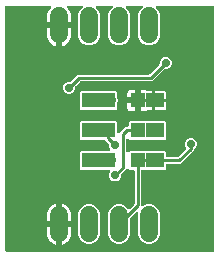
<source format=gbr>
G04 EAGLE Gerber RS-274X export*
G75*
%MOMM*%
%FSLAX34Y34*%
%LPD*%
%INBottom Copper*%
%IPPOS*%
%AMOC8*
5,1,8,0,0,1.08239X$1,22.5*%
G01*
%ADD10R,1.587500X1.270000*%
%ADD11R,1.905000X1.270000*%
%ADD12C,1.524000*%
%ADD13R,1.270000X1.270000*%
%ADD14C,0.705600*%
%ADD15C,0.254000*%

G36*
X177791Y2048D02*
X177791Y2048D01*
X177910Y2055D01*
X177948Y2068D01*
X177989Y2073D01*
X178099Y2116D01*
X178212Y2153D01*
X178247Y2175D01*
X178284Y2190D01*
X178380Y2259D01*
X178481Y2323D01*
X178509Y2353D01*
X178542Y2376D01*
X178618Y2468D01*
X178699Y2555D01*
X178719Y2590D01*
X178744Y2621D01*
X178795Y2729D01*
X178853Y2833D01*
X178863Y2873D01*
X178880Y2909D01*
X178902Y3026D01*
X178932Y3141D01*
X178936Y3201D01*
X178940Y3221D01*
X178938Y3242D01*
X178942Y3302D01*
X178942Y209323D01*
X178927Y209441D01*
X178920Y209560D01*
X178907Y209598D01*
X178902Y209639D01*
X178859Y209749D01*
X178822Y209862D01*
X178800Y209897D01*
X178785Y209934D01*
X178716Y210030D01*
X178652Y210131D01*
X178622Y210159D01*
X178599Y210192D01*
X178507Y210268D01*
X178420Y210349D01*
X178385Y210369D01*
X178354Y210394D01*
X178246Y210445D01*
X178142Y210503D01*
X178102Y210513D01*
X178066Y210530D01*
X177949Y210552D01*
X177834Y210582D01*
X177774Y210586D01*
X177754Y210590D01*
X177733Y210588D01*
X177673Y210592D01*
X130525Y210592D01*
X130387Y210575D01*
X130248Y210562D01*
X130229Y210555D01*
X130209Y210552D01*
X130080Y210501D01*
X129949Y210454D01*
X129932Y210443D01*
X129913Y210435D01*
X129801Y210354D01*
X129686Y210276D01*
X129672Y210260D01*
X129656Y210249D01*
X129567Y210141D01*
X129475Y210037D01*
X129466Y210019D01*
X129453Y210004D01*
X129394Y209878D01*
X129331Y209754D01*
X129326Y209734D01*
X129318Y209716D01*
X129292Y209580D01*
X129261Y209444D01*
X129262Y209423D01*
X129258Y209404D01*
X129266Y209265D01*
X129271Y209126D01*
X129276Y209106D01*
X129278Y209086D01*
X129320Y208954D01*
X129359Y208820D01*
X129369Y208803D01*
X129376Y208784D01*
X129450Y208666D01*
X129521Y208546D01*
X129539Y208525D01*
X129546Y208515D01*
X129561Y208501D01*
X129627Y208426D01*
X131578Y206475D01*
X132970Y203114D01*
X132970Y184236D01*
X131578Y180875D01*
X129005Y178302D01*
X125644Y176910D01*
X122006Y176910D01*
X118645Y178302D01*
X116072Y180875D01*
X114680Y184236D01*
X114680Y203114D01*
X116072Y206475D01*
X118023Y208426D01*
X118108Y208535D01*
X118197Y208642D01*
X118205Y208661D01*
X118218Y208677D01*
X118273Y208805D01*
X118332Y208930D01*
X118336Y208950D01*
X118344Y208969D01*
X118366Y209107D01*
X118392Y209243D01*
X118391Y209263D01*
X118394Y209283D01*
X118381Y209422D01*
X118372Y209560D01*
X118366Y209579D01*
X118364Y209599D01*
X118317Y209731D01*
X118274Y209862D01*
X118264Y209880D01*
X118257Y209899D01*
X118179Y210014D01*
X118104Y210131D01*
X118089Y210145D01*
X118078Y210162D01*
X117974Y210254D01*
X117873Y210349D01*
X117855Y210359D01*
X117840Y210372D01*
X117716Y210436D01*
X117594Y210503D01*
X117575Y210508D01*
X117556Y210517D01*
X117421Y210547D01*
X117286Y210582D01*
X117258Y210584D01*
X117246Y210587D01*
X117226Y210586D01*
X117125Y210592D01*
X105125Y210592D01*
X104987Y210575D01*
X104848Y210562D01*
X104829Y210555D01*
X104809Y210552D01*
X104680Y210501D01*
X104549Y210454D01*
X104532Y210443D01*
X104513Y210435D01*
X104401Y210354D01*
X104286Y210276D01*
X104272Y210260D01*
X104256Y210249D01*
X104167Y210141D01*
X104075Y210037D01*
X104066Y210019D01*
X104053Y210004D01*
X103994Y209878D01*
X103931Y209754D01*
X103926Y209734D01*
X103918Y209716D01*
X103892Y209580D01*
X103861Y209444D01*
X103862Y209423D01*
X103858Y209404D01*
X103866Y209265D01*
X103871Y209126D01*
X103876Y209106D01*
X103878Y209086D01*
X103920Y208954D01*
X103959Y208820D01*
X103969Y208803D01*
X103976Y208784D01*
X104050Y208666D01*
X104121Y208546D01*
X104139Y208525D01*
X104146Y208515D01*
X104161Y208501D01*
X104227Y208426D01*
X106178Y206475D01*
X107570Y203114D01*
X107570Y184236D01*
X106178Y180875D01*
X103605Y178302D01*
X100244Y176910D01*
X96606Y176910D01*
X93245Y178302D01*
X90672Y180875D01*
X89280Y184236D01*
X89280Y203114D01*
X90672Y206475D01*
X92623Y208426D01*
X92708Y208535D01*
X92797Y208642D01*
X92805Y208661D01*
X92818Y208677D01*
X92873Y208805D01*
X92932Y208930D01*
X92936Y208950D01*
X92944Y208969D01*
X92966Y209107D01*
X92992Y209243D01*
X92991Y209263D01*
X92994Y209283D01*
X92981Y209422D01*
X92972Y209560D01*
X92966Y209579D01*
X92964Y209599D01*
X92917Y209731D01*
X92874Y209862D01*
X92864Y209880D01*
X92857Y209899D01*
X92779Y210014D01*
X92704Y210131D01*
X92689Y210145D01*
X92678Y210162D01*
X92574Y210254D01*
X92473Y210349D01*
X92455Y210359D01*
X92440Y210372D01*
X92316Y210436D01*
X92194Y210503D01*
X92175Y210508D01*
X92156Y210517D01*
X92021Y210547D01*
X91886Y210582D01*
X91858Y210584D01*
X91846Y210587D01*
X91826Y210586D01*
X91725Y210592D01*
X79725Y210592D01*
X79587Y210575D01*
X79448Y210562D01*
X79429Y210555D01*
X79409Y210552D01*
X79280Y210501D01*
X79149Y210454D01*
X79132Y210443D01*
X79113Y210435D01*
X79001Y210354D01*
X78886Y210276D01*
X78872Y210260D01*
X78856Y210249D01*
X78767Y210141D01*
X78675Y210037D01*
X78666Y210019D01*
X78653Y210004D01*
X78594Y209878D01*
X78531Y209754D01*
X78526Y209734D01*
X78518Y209716D01*
X78492Y209580D01*
X78461Y209444D01*
X78462Y209423D01*
X78458Y209404D01*
X78466Y209265D01*
X78471Y209126D01*
X78476Y209106D01*
X78478Y209086D01*
X78520Y208954D01*
X78559Y208820D01*
X78569Y208803D01*
X78576Y208784D01*
X78650Y208666D01*
X78721Y208546D01*
X78739Y208525D01*
X78746Y208515D01*
X78761Y208501D01*
X78827Y208426D01*
X80778Y206475D01*
X82170Y203114D01*
X82170Y184236D01*
X80778Y180875D01*
X78205Y178302D01*
X74844Y176910D01*
X71206Y176910D01*
X67845Y178302D01*
X65272Y180875D01*
X63880Y184236D01*
X63880Y203114D01*
X65272Y206475D01*
X67223Y208426D01*
X67308Y208535D01*
X67397Y208642D01*
X67405Y208661D01*
X67418Y208677D01*
X67473Y208805D01*
X67532Y208930D01*
X67536Y208950D01*
X67544Y208969D01*
X67566Y209107D01*
X67592Y209243D01*
X67591Y209263D01*
X67594Y209283D01*
X67581Y209422D01*
X67572Y209560D01*
X67566Y209579D01*
X67564Y209599D01*
X67517Y209731D01*
X67474Y209862D01*
X67464Y209880D01*
X67457Y209899D01*
X67379Y210014D01*
X67304Y210131D01*
X67289Y210145D01*
X67278Y210162D01*
X67174Y210254D01*
X67073Y210349D01*
X67055Y210359D01*
X67040Y210372D01*
X66916Y210436D01*
X66794Y210503D01*
X66775Y210508D01*
X66756Y210517D01*
X66621Y210547D01*
X66486Y210582D01*
X66458Y210584D01*
X66446Y210587D01*
X66426Y210586D01*
X66325Y210592D01*
X55761Y210592D01*
X55623Y210575D01*
X55485Y210562D01*
X55466Y210555D01*
X55446Y210552D01*
X55316Y210501D01*
X55186Y210454D01*
X55169Y210443D01*
X55150Y210435D01*
X55038Y210354D01*
X54923Y210276D01*
X54909Y210260D01*
X54893Y210249D01*
X54804Y210141D01*
X54712Y210037D01*
X54703Y210019D01*
X54690Y210004D01*
X54631Y209878D01*
X54568Y209754D01*
X54563Y209734D01*
X54554Y209716D01*
X54528Y209580D01*
X54498Y209444D01*
X54499Y209423D01*
X54495Y209404D01*
X54503Y209265D01*
X54508Y209126D01*
X54513Y209106D01*
X54514Y209086D01*
X54557Y208954D01*
X54596Y208820D01*
X54606Y208803D01*
X54612Y208784D01*
X54687Y208666D01*
X54758Y208546D01*
X54776Y208525D01*
X54783Y208515D01*
X54798Y208501D01*
X54864Y208425D01*
X55375Y207914D01*
X56315Y206620D01*
X57041Y205195D01*
X57536Y203674D01*
X57786Y202095D01*
X57786Y196214D01*
X48895Y196214D01*
X48777Y196199D01*
X48658Y196192D01*
X48620Y196179D01*
X48580Y196174D01*
X48469Y196131D01*
X48356Y196094D01*
X48322Y196072D01*
X48284Y196057D01*
X48188Y195987D01*
X48087Y195924D01*
X48059Y195894D01*
X48027Y195870D01*
X47951Y195779D01*
X47869Y195692D01*
X47850Y195657D01*
X47824Y195626D01*
X47773Y195518D01*
X47716Y195414D01*
X47705Y195374D01*
X47688Y195338D01*
X47666Y195221D01*
X47636Y195106D01*
X47632Y195045D01*
X47628Y195025D01*
X47630Y195005D01*
X47626Y194945D01*
X47626Y193674D01*
X47624Y193674D01*
X47624Y194945D01*
X47609Y195063D01*
X47602Y195182D01*
X47589Y195220D01*
X47584Y195260D01*
X47540Y195371D01*
X47504Y195484D01*
X47482Y195519D01*
X47467Y195556D01*
X47397Y195652D01*
X47334Y195753D01*
X47304Y195781D01*
X47280Y195814D01*
X47189Y195889D01*
X47102Y195971D01*
X47067Y195991D01*
X47035Y196016D01*
X46928Y196067D01*
X46823Y196125D01*
X46784Y196135D01*
X46748Y196152D01*
X46631Y196174D01*
X46516Y196204D01*
X46455Y196208D01*
X46435Y196212D01*
X46415Y196210D01*
X46355Y196214D01*
X37464Y196214D01*
X37464Y202095D01*
X37714Y203674D01*
X38209Y205195D01*
X38935Y206620D01*
X39875Y207914D01*
X40386Y208425D01*
X40471Y208535D01*
X40560Y208642D01*
X40569Y208661D01*
X40581Y208677D01*
X40636Y208805D01*
X40696Y208930D01*
X40699Y208950D01*
X40707Y208969D01*
X40729Y209107D01*
X40755Y209243D01*
X40754Y209263D01*
X40757Y209283D01*
X40744Y209422D01*
X40736Y209560D01*
X40729Y209579D01*
X40727Y209599D01*
X40680Y209730D01*
X40638Y209862D01*
X40627Y209880D01*
X40620Y209899D01*
X40542Y210013D01*
X40467Y210131D01*
X40453Y210145D01*
X40441Y210162D01*
X40337Y210254D01*
X40236Y210349D01*
X40218Y210359D01*
X40203Y210372D01*
X40079Y210435D01*
X39957Y210503D01*
X39938Y210508D01*
X39920Y210517D01*
X39784Y210547D01*
X39649Y210582D01*
X39621Y210584D01*
X39609Y210587D01*
X39589Y210586D01*
X39489Y210592D01*
X3302Y210592D01*
X3184Y210577D01*
X3065Y210570D01*
X3027Y210557D01*
X2986Y210552D01*
X2876Y210509D01*
X2763Y210472D01*
X2728Y210450D01*
X2691Y210435D01*
X2595Y210366D01*
X2494Y210302D01*
X2466Y210272D01*
X2433Y210249D01*
X2357Y210157D01*
X2276Y210070D01*
X2256Y210035D01*
X2231Y210004D01*
X2180Y209896D01*
X2122Y209792D01*
X2112Y209752D01*
X2095Y209716D01*
X2073Y209599D01*
X2043Y209484D01*
X2039Y209424D01*
X2035Y209404D01*
X2037Y209383D01*
X2033Y209323D01*
X2033Y3302D01*
X2048Y3184D01*
X2055Y3065D01*
X2068Y3027D01*
X2073Y2986D01*
X2116Y2876D01*
X2153Y2763D01*
X2175Y2728D01*
X2190Y2691D01*
X2259Y2595D01*
X2323Y2494D01*
X2353Y2466D01*
X2376Y2433D01*
X2468Y2357D01*
X2555Y2276D01*
X2590Y2256D01*
X2621Y2231D01*
X2729Y2180D01*
X2833Y2122D01*
X2873Y2112D01*
X2909Y2095D01*
X3026Y2073D01*
X3141Y2043D01*
X3201Y2039D01*
X3221Y2035D01*
X3242Y2037D01*
X3302Y2033D01*
X177673Y2033D01*
X177791Y2048D01*
G37*
%LPC*%
G36*
X96606Y8635D02*
X96606Y8635D01*
X93245Y10027D01*
X90672Y12600D01*
X89280Y15961D01*
X89280Y34839D01*
X90672Y38200D01*
X93245Y40773D01*
X96606Y42165D01*
X100244Y42165D01*
X103605Y40773D01*
X105828Y38550D01*
X105922Y38477D01*
X106011Y38398D01*
X106047Y38380D01*
X106079Y38355D01*
X106188Y38308D01*
X106294Y38254D01*
X106334Y38245D01*
X106371Y38229D01*
X106489Y38210D01*
X106604Y38184D01*
X106645Y38185D01*
X106685Y38179D01*
X106803Y38190D01*
X106922Y38194D01*
X106961Y38205D01*
X107001Y38209D01*
X107114Y38249D01*
X107228Y38282D01*
X107263Y38303D01*
X107301Y38316D01*
X107399Y38383D01*
X107502Y38444D01*
X107547Y38483D01*
X107564Y38495D01*
X107577Y38510D01*
X107623Y38550D01*
X111134Y42061D01*
X111194Y42139D01*
X111262Y42211D01*
X111291Y42264D01*
X111328Y42312D01*
X111368Y42403D01*
X111416Y42490D01*
X111431Y42548D01*
X111455Y42604D01*
X111470Y42702D01*
X111495Y42798D01*
X111501Y42898D01*
X111505Y42918D01*
X111503Y42930D01*
X111505Y42958D01*
X111505Y70231D01*
X111490Y70349D01*
X111483Y70468D01*
X111470Y70506D01*
X111465Y70547D01*
X111422Y70657D01*
X111385Y70770D01*
X111363Y70805D01*
X111348Y70842D01*
X111279Y70938D01*
X111215Y71039D01*
X111185Y71067D01*
X111162Y71100D01*
X111070Y71176D01*
X110983Y71257D01*
X110948Y71277D01*
X110917Y71302D01*
X110809Y71353D01*
X110705Y71411D01*
X110665Y71421D01*
X110629Y71438D01*
X110512Y71460D01*
X110397Y71490D01*
X110337Y71494D01*
X110317Y71498D01*
X110296Y71496D01*
X110236Y71500D01*
X107318Y71500D01*
X106561Y72257D01*
X106452Y72342D01*
X106345Y72431D01*
X106326Y72440D01*
X106310Y72452D01*
X106183Y72507D01*
X106057Y72567D01*
X106037Y72570D01*
X106018Y72579D01*
X105880Y72600D01*
X105744Y72626D01*
X105724Y72625D01*
X105704Y72628D01*
X105565Y72615D01*
X105427Y72607D01*
X105408Y72600D01*
X105388Y72599D01*
X105256Y72551D01*
X105125Y72509D01*
X105107Y72498D01*
X105088Y72491D01*
X104973Y72413D01*
X104856Y72338D01*
X104842Y72324D01*
X104825Y72312D01*
X104733Y72208D01*
X104697Y72170D01*
X100674Y68147D01*
X100614Y68069D01*
X100546Y67997D01*
X100517Y67944D01*
X100480Y67896D01*
X100440Y67805D01*
X100392Y67718D01*
X100377Y67660D01*
X100353Y67604D01*
X100338Y67506D01*
X100313Y67410D01*
X100307Y67310D01*
X100303Y67290D01*
X100305Y67278D01*
X100303Y67250D01*
X100303Y65670D01*
X99534Y63813D01*
X98112Y62391D01*
X96255Y61622D01*
X94245Y61622D01*
X92388Y62391D01*
X90966Y63813D01*
X90197Y65670D01*
X90197Y67680D01*
X91053Y69745D01*
X91066Y69793D01*
X91087Y69838D01*
X91108Y69946D01*
X91137Y70052D01*
X91137Y70102D01*
X91147Y70151D01*
X91140Y70260D01*
X91142Y70370D01*
X91130Y70418D01*
X91127Y70468D01*
X91093Y70572D01*
X91068Y70679D01*
X91044Y70723D01*
X91029Y70770D01*
X90970Y70863D01*
X90919Y70960D01*
X90885Y70997D01*
X90859Y71039D01*
X90779Y71114D01*
X90705Y71196D01*
X90663Y71223D01*
X90627Y71257D01*
X90531Y71310D01*
X90439Y71370D01*
X90392Y71387D01*
X90349Y71411D01*
X90242Y71438D01*
X90138Y71474D01*
X90089Y71478D01*
X90041Y71490D01*
X89880Y71500D01*
X66043Y71500D01*
X65150Y72393D01*
X65150Y86357D01*
X66043Y87250D01*
X89880Y87250D01*
X89929Y87256D01*
X89979Y87254D01*
X90086Y87276D01*
X90196Y87290D01*
X90242Y87308D01*
X90290Y87318D01*
X90389Y87366D01*
X90491Y87407D01*
X90532Y87436D01*
X90576Y87458D01*
X90660Y87529D01*
X90749Y87593D01*
X90780Y87632D01*
X90818Y87664D01*
X90881Y87754D01*
X90951Y87838D01*
X90973Y87883D01*
X91001Y87924D01*
X91040Y88027D01*
X91087Y88126D01*
X91096Y88175D01*
X91114Y88221D01*
X91126Y88331D01*
X91147Y88438D01*
X91144Y88488D01*
X91149Y88537D01*
X91134Y88646D01*
X91127Y88756D01*
X91112Y88803D01*
X91105Y88852D01*
X91053Y89005D01*
X90197Y91070D01*
X90197Y92650D01*
X90185Y92748D01*
X90182Y92847D01*
X90165Y92905D01*
X90157Y92965D01*
X90121Y93057D01*
X90093Y93152D01*
X90063Y93205D01*
X90040Y93261D01*
X89982Y93341D01*
X89932Y93426D01*
X89866Y93502D01*
X89854Y93518D01*
X89844Y93526D01*
X89826Y93547D01*
X88114Y95259D01*
X86844Y96528D01*
X86766Y96589D01*
X86694Y96657D01*
X86641Y96686D01*
X86593Y96723D01*
X86502Y96763D01*
X86415Y96811D01*
X86357Y96826D01*
X86301Y96850D01*
X86203Y96865D01*
X86107Y96890D01*
X86007Y96896D01*
X85987Y96900D01*
X85975Y96898D01*
X85947Y96900D01*
X66043Y96900D01*
X65150Y97793D01*
X65150Y111757D01*
X66043Y112650D01*
X95882Y112650D01*
X96775Y111757D01*
X96775Y103791D01*
X96792Y103654D01*
X96805Y103515D01*
X96812Y103496D01*
X96815Y103476D01*
X96866Y103347D01*
X96913Y103216D01*
X96924Y103199D01*
X96932Y103180D01*
X97013Y103068D01*
X97091Y102953D01*
X97107Y102939D01*
X97118Y102923D01*
X97226Y102834D01*
X97330Y102742D01*
X97348Y102733D01*
X97363Y102720D01*
X97489Y102661D01*
X97613Y102597D01*
X97633Y102593D01*
X97651Y102584D01*
X97788Y102558D01*
X97923Y102528D01*
X97944Y102528D01*
X97963Y102525D01*
X98102Y102533D01*
X98241Y102537D01*
X98261Y102543D01*
X98281Y102544D01*
X98413Y102587D01*
X98547Y102626D01*
X98564Y102636D01*
X98583Y102642D01*
X98701Y102717D01*
X98821Y102787D01*
X98842Y102806D01*
X98852Y102813D01*
X98866Y102828D01*
X98941Y102894D01*
X100814Y104766D01*
X103617Y107570D01*
X105156Y107570D01*
X105274Y107585D01*
X105393Y107592D01*
X105431Y107605D01*
X105472Y107610D01*
X105582Y107653D01*
X105695Y107690D01*
X105730Y107712D01*
X105767Y107727D01*
X105863Y107796D01*
X105964Y107860D01*
X105992Y107890D01*
X106025Y107913D01*
X106101Y108005D01*
X106182Y108092D01*
X106202Y108127D01*
X106227Y108158D01*
X106278Y108266D01*
X106336Y108370D01*
X106346Y108410D01*
X106363Y108446D01*
X106385Y108563D01*
X106415Y108678D01*
X106419Y108738D01*
X106423Y108758D01*
X106421Y108779D01*
X106425Y108839D01*
X106425Y111757D01*
X107318Y112650D01*
X137157Y112650D01*
X138050Y111757D01*
X138050Y97793D01*
X137157Y96900D01*
X107318Y96900D01*
X106561Y97657D01*
X106452Y97742D01*
X106345Y97831D01*
X106326Y97840D01*
X106310Y97852D01*
X106183Y97907D01*
X106057Y97967D01*
X106037Y97970D01*
X106018Y97979D01*
X105880Y98000D01*
X105744Y98026D01*
X105724Y98025D01*
X105704Y98028D01*
X105565Y98015D01*
X105427Y98007D01*
X105408Y98000D01*
X105388Y97999D01*
X105256Y97951D01*
X105125Y97909D01*
X105107Y97898D01*
X105088Y97891D01*
X104973Y97813D01*
X104856Y97738D01*
X104842Y97724D01*
X104825Y97712D01*
X104733Y97608D01*
X104638Y97507D01*
X104628Y97489D01*
X104615Y97474D01*
X104552Y97350D01*
X104484Y97228D01*
X104479Y97209D01*
X104470Y97191D01*
X104440Y97055D01*
X104405Y96920D01*
X104403Y96892D01*
X104400Y96880D01*
X104401Y96860D01*
X104395Y96760D01*
X104395Y87390D01*
X104412Y87252D01*
X104425Y87114D01*
X104432Y87095D01*
X104435Y87075D01*
X104486Y86946D01*
X104533Y86815D01*
X104544Y86798D01*
X104552Y86779D01*
X104633Y86667D01*
X104711Y86551D01*
X104727Y86538D01*
X104738Y86522D01*
X104846Y86433D01*
X104950Y86341D01*
X104968Y86332D01*
X104983Y86319D01*
X105109Y86260D01*
X105233Y86196D01*
X105253Y86192D01*
X105271Y86183D01*
X105408Y86157D01*
X105543Y86127D01*
X105564Y86127D01*
X105583Y86124D01*
X105722Y86132D01*
X105861Y86136D01*
X105881Y86142D01*
X105901Y86143D01*
X106033Y86186D01*
X106167Y86225D01*
X106184Y86235D01*
X106203Y86241D01*
X106321Y86316D01*
X106441Y86386D01*
X106462Y86405D01*
X106472Y86412D01*
X106486Y86426D01*
X106561Y86493D01*
X107318Y87250D01*
X137157Y87250D01*
X138050Y86357D01*
X138050Y83439D01*
X138065Y83321D01*
X138072Y83202D01*
X138085Y83164D01*
X138090Y83123D01*
X138133Y83013D01*
X138170Y82900D01*
X138192Y82865D01*
X138207Y82828D01*
X138276Y82732D01*
X138340Y82631D01*
X138370Y82603D01*
X138393Y82570D01*
X138485Y82494D01*
X138572Y82413D01*
X138607Y82393D01*
X138638Y82368D01*
X138746Y82317D01*
X138850Y82259D01*
X138890Y82249D01*
X138926Y82232D01*
X139043Y82210D01*
X139158Y82180D01*
X139218Y82176D01*
X139238Y82172D01*
X139259Y82174D01*
X139319Y82170D01*
X147542Y82170D01*
X147640Y82182D01*
X147739Y82185D01*
X147797Y82202D01*
X147857Y82210D01*
X147949Y82246D01*
X148044Y82274D01*
X148097Y82304D01*
X148153Y82327D01*
X148233Y82385D01*
X148318Y82435D01*
X148394Y82501D01*
X148410Y82513D01*
X148418Y82523D01*
X148439Y82541D01*
X154685Y88787D01*
X154703Y88811D01*
X154725Y88830D01*
X154800Y88936D01*
X154880Y89038D01*
X154892Y89066D01*
X154908Y89090D01*
X154954Y89211D01*
X155006Y89330D01*
X155011Y89359D01*
X155021Y89387D01*
X155036Y89516D01*
X155056Y89644D01*
X155053Y89674D01*
X155056Y89703D01*
X155038Y89832D01*
X155026Y89961D01*
X155016Y89989D01*
X155012Y90018D01*
X154960Y90170D01*
X154094Y92261D01*
X154094Y94271D01*
X154863Y96128D01*
X156285Y97549D01*
X158142Y98318D01*
X160152Y98318D01*
X162009Y97549D01*
X163430Y96128D01*
X164200Y94271D01*
X164200Y92261D01*
X163430Y90404D01*
X162313Y89286D01*
X162253Y89208D01*
X162185Y89136D01*
X162156Y89083D01*
X162118Y89035D01*
X162079Y88944D01*
X162031Y88858D01*
X162016Y88799D01*
X161992Y88743D01*
X161977Y88645D01*
X161952Y88550D01*
X161945Y88450D01*
X161942Y88429D01*
X161943Y88417D01*
X161942Y88389D01*
X161942Y88139D01*
X150383Y76580D01*
X139319Y76580D01*
X139201Y76565D01*
X139082Y76558D01*
X139044Y76545D01*
X139003Y76540D01*
X138893Y76497D01*
X138780Y76460D01*
X138745Y76438D01*
X138708Y76423D01*
X138612Y76354D01*
X138511Y76290D01*
X138483Y76260D01*
X138450Y76237D01*
X138374Y76145D01*
X138293Y76058D01*
X138273Y76023D01*
X138248Y75992D01*
X138197Y75884D01*
X138139Y75780D01*
X138129Y75740D01*
X138112Y75704D01*
X138090Y75587D01*
X138060Y75472D01*
X138056Y75412D01*
X138052Y75392D01*
X138054Y75371D01*
X138050Y75311D01*
X138050Y72393D01*
X137157Y71500D01*
X118364Y71500D01*
X118246Y71485D01*
X118127Y71478D01*
X118089Y71465D01*
X118048Y71460D01*
X117938Y71417D01*
X117825Y71380D01*
X117790Y71358D01*
X117753Y71343D01*
X117657Y71274D01*
X117556Y71210D01*
X117528Y71180D01*
X117495Y71157D01*
X117419Y71065D01*
X117338Y70978D01*
X117318Y70943D01*
X117293Y70912D01*
X117242Y70804D01*
X117184Y70700D01*
X117174Y70660D01*
X117157Y70624D01*
X117135Y70507D01*
X117105Y70392D01*
X117101Y70332D01*
X117097Y70312D01*
X117099Y70291D01*
X117095Y70231D01*
X117095Y42030D01*
X117101Y41981D01*
X117099Y41931D01*
X117121Y41824D01*
X117135Y41714D01*
X117153Y41668D01*
X117163Y41620D01*
X117211Y41521D01*
X117252Y41419D01*
X117281Y41378D01*
X117303Y41334D01*
X117374Y41250D01*
X117438Y41161D01*
X117477Y41130D01*
X117509Y41092D01*
X117599Y41029D01*
X117683Y40959D01*
X117728Y40937D01*
X117769Y40909D01*
X117872Y40870D01*
X117971Y40823D01*
X118020Y40814D01*
X118066Y40796D01*
X118176Y40784D01*
X118283Y40763D01*
X118333Y40766D01*
X118382Y40761D01*
X118491Y40776D01*
X118601Y40783D01*
X118648Y40798D01*
X118697Y40805D01*
X118850Y40857D01*
X122006Y42165D01*
X125644Y42165D01*
X129005Y40773D01*
X131578Y38200D01*
X132970Y34839D01*
X132970Y15961D01*
X131578Y12600D01*
X129005Y10027D01*
X125644Y8635D01*
X122006Y8635D01*
X118645Y10027D01*
X116072Y12600D01*
X114680Y15961D01*
X114680Y34639D01*
X114663Y34776D01*
X114650Y34915D01*
X114643Y34934D01*
X114640Y34954D01*
X114589Y35083D01*
X114542Y35214D01*
X114531Y35231D01*
X114523Y35250D01*
X114442Y35362D01*
X114364Y35477D01*
X114348Y35491D01*
X114337Y35507D01*
X114229Y35596D01*
X114125Y35688D01*
X114107Y35697D01*
X114092Y35710D01*
X113966Y35769D01*
X113842Y35833D01*
X113822Y35837D01*
X113804Y35846D01*
X113668Y35872D01*
X113532Y35902D01*
X113511Y35902D01*
X113492Y35905D01*
X113353Y35897D01*
X113214Y35893D01*
X113194Y35887D01*
X113174Y35886D01*
X113042Y35843D01*
X112908Y35804D01*
X112891Y35794D01*
X112872Y35788D01*
X112754Y35713D01*
X112634Y35643D01*
X112613Y35624D01*
X112603Y35617D01*
X112589Y35603D01*
X112514Y35536D01*
X107941Y30964D01*
X107881Y30886D01*
X107813Y30814D01*
X107784Y30761D01*
X107747Y30713D01*
X107707Y30622D01*
X107659Y30535D01*
X107644Y30477D01*
X107620Y30421D01*
X107605Y30323D01*
X107580Y30227D01*
X107574Y30127D01*
X107570Y30107D01*
X107572Y30095D01*
X107570Y30067D01*
X107570Y15961D01*
X106178Y12600D01*
X103605Y10027D01*
X100244Y8635D01*
X96606Y8635D01*
G37*
%LPD*%
%LPC*%
G36*
X55120Y135838D02*
X55120Y135838D01*
X53263Y136607D01*
X51841Y138029D01*
X51072Y139886D01*
X51072Y141896D01*
X51841Y143753D01*
X53263Y145174D01*
X55120Y145943D01*
X56700Y145943D01*
X56798Y145956D01*
X56897Y145959D01*
X56955Y145976D01*
X57015Y145983D01*
X57107Y146020D01*
X57202Y146047D01*
X57255Y146078D01*
X57311Y146100D01*
X57391Y146158D01*
X57476Y146209D01*
X57552Y146275D01*
X57568Y146287D01*
X57576Y146296D01*
X57597Y146315D01*
X63302Y152020D01*
X123498Y152020D01*
X123596Y152032D01*
X123695Y152035D01*
X123753Y152052D01*
X123813Y152060D01*
X123906Y152096D01*
X124001Y152124D01*
X124053Y152154D01*
X124109Y152177D01*
X124189Y152235D01*
X124275Y152285D01*
X124350Y152351D01*
X124366Y152363D01*
X124374Y152373D01*
X124395Y152391D01*
X132457Y160453D01*
X132517Y160531D01*
X132585Y160603D01*
X132615Y160656D01*
X132652Y160704D01*
X132691Y160795D01*
X132739Y160882D01*
X132754Y160940D01*
X132778Y160996D01*
X132794Y161094D01*
X132818Y161190D01*
X132825Y161290D01*
X132828Y161310D01*
X132827Y161322D01*
X132829Y161350D01*
X132829Y162930D01*
X133598Y164787D01*
X135019Y166209D01*
X136876Y166978D01*
X138886Y166978D01*
X140743Y166209D01*
X142165Y164787D01*
X142934Y162930D01*
X142934Y160920D01*
X142165Y159063D01*
X140743Y157641D01*
X138886Y156872D01*
X137307Y156872D01*
X137208Y156860D01*
X137109Y156857D01*
X137051Y156840D01*
X136991Y156832D01*
X136899Y156796D01*
X136804Y156768D01*
X136752Y156738D01*
X136695Y156715D01*
X136615Y156657D01*
X136530Y156607D01*
X136455Y156541D01*
X136438Y156529D01*
X136430Y156519D01*
X136409Y156501D01*
X128348Y148439D01*
X126339Y146430D01*
X66143Y146430D01*
X66045Y146418D01*
X65946Y146415D01*
X65887Y146398D01*
X65827Y146390D01*
X65735Y146354D01*
X65640Y146326D01*
X65588Y146296D01*
X65532Y146273D01*
X65451Y146215D01*
X65366Y146165D01*
X65291Y146099D01*
X65274Y146087D01*
X65266Y146077D01*
X65245Y146059D01*
X61549Y142363D01*
X61489Y142284D01*
X61421Y142212D01*
X61392Y142159D01*
X61355Y142111D01*
X61315Y142021D01*
X61267Y141934D01*
X61252Y141875D01*
X61228Y141820D01*
X61213Y141722D01*
X61188Y141626D01*
X61182Y141526D01*
X61178Y141506D01*
X61180Y141493D01*
X61178Y141465D01*
X61178Y139886D01*
X60409Y138029D01*
X58987Y136607D01*
X57130Y135838D01*
X55120Y135838D01*
G37*
%LPD*%
%LPC*%
G36*
X71206Y8635D02*
X71206Y8635D01*
X67845Y10027D01*
X65272Y12600D01*
X63880Y15961D01*
X63880Y34839D01*
X65272Y38200D01*
X67845Y40773D01*
X71206Y42165D01*
X74844Y42165D01*
X78205Y40773D01*
X80778Y38200D01*
X82170Y34839D01*
X82170Y15961D01*
X80778Y12600D01*
X78205Y10027D01*
X74844Y8635D01*
X71206Y8635D01*
G37*
%LPD*%
%LPC*%
G36*
X66043Y122300D02*
X66043Y122300D01*
X65150Y123193D01*
X65150Y137157D01*
X66043Y138050D01*
X95882Y138050D01*
X96775Y137157D01*
X96775Y132285D01*
X96776Y132276D01*
X96775Y132266D01*
X96796Y132118D01*
X96815Y131969D01*
X96818Y131961D01*
X96819Y131951D01*
X96871Y131799D01*
X97128Y131180D01*
X97128Y129170D01*
X96871Y128551D01*
X96869Y128542D01*
X96864Y128534D01*
X96827Y128389D01*
X96787Y128244D01*
X96787Y128235D01*
X96785Y128226D01*
X96775Y128065D01*
X96775Y123193D01*
X95882Y122300D01*
X66043Y122300D01*
G37*
%LPD*%
%LPC*%
G36*
X116839Y121284D02*
X116839Y121284D01*
X116839Y128905D01*
X116824Y129023D01*
X116817Y129142D01*
X116804Y129180D01*
X116799Y129220D01*
X116755Y129331D01*
X116719Y129444D01*
X116697Y129479D01*
X116682Y129516D01*
X116612Y129612D01*
X116549Y129713D01*
X116519Y129741D01*
X116495Y129773D01*
X116404Y129849D01*
X116317Y129931D01*
X116282Y129950D01*
X116250Y129976D01*
X116143Y130027D01*
X116039Y130084D01*
X115999Y130095D01*
X115963Y130112D01*
X115846Y130134D01*
X115731Y130164D01*
X115670Y130168D01*
X115650Y130172D01*
X115630Y130170D01*
X115570Y130174D01*
X114299Y130174D01*
X114299Y130176D01*
X115570Y130176D01*
X115688Y130191D01*
X115807Y130198D01*
X115845Y130211D01*
X115885Y130216D01*
X115996Y130260D01*
X116109Y130296D01*
X116144Y130318D01*
X116181Y130333D01*
X116277Y130403D01*
X116378Y130466D01*
X116406Y130496D01*
X116438Y130520D01*
X116514Y130611D01*
X116596Y130698D01*
X116615Y130733D01*
X116641Y130765D01*
X116692Y130872D01*
X116749Y130976D01*
X116760Y131016D01*
X116777Y131052D01*
X116799Y131169D01*
X116829Y131284D01*
X116833Y131345D01*
X116837Y131365D01*
X116835Y131385D01*
X116839Y131445D01*
X116839Y139066D01*
X120984Y139066D01*
X121631Y138893D01*
X122210Y138558D01*
X122347Y138421D01*
X122425Y138361D01*
X122497Y138293D01*
X122550Y138264D01*
X122598Y138227D01*
X122689Y138187D01*
X122776Y138139D01*
X122834Y138124D01*
X122890Y138100D01*
X122988Y138085D01*
X123083Y138060D01*
X123183Y138054D01*
X123204Y138050D01*
X123216Y138052D01*
X123244Y138050D01*
X137157Y138050D01*
X138050Y137157D01*
X138050Y123193D01*
X137157Y122300D01*
X123244Y122300D01*
X123146Y122288D01*
X123047Y122285D01*
X122989Y122268D01*
X122929Y122260D01*
X122837Y122224D01*
X122741Y122196D01*
X122689Y122166D01*
X122633Y122143D01*
X122553Y122085D01*
X122467Y122035D01*
X122392Y121969D01*
X122376Y121957D01*
X122368Y121947D01*
X122347Y121929D01*
X122210Y121792D01*
X121631Y121457D01*
X120984Y121284D01*
X116839Y121284D01*
G37*
%LPD*%
%LPC*%
G36*
X50164Y27939D02*
X50164Y27939D01*
X50164Y42879D01*
X51525Y42436D01*
X52950Y41710D01*
X54244Y40770D01*
X55375Y39639D01*
X56315Y38345D01*
X57041Y36920D01*
X57536Y35399D01*
X57786Y33820D01*
X57786Y27939D01*
X50164Y27939D01*
G37*
%LPD*%
%LPC*%
G36*
X50164Y191136D02*
X50164Y191136D01*
X57786Y191136D01*
X57786Y185255D01*
X57536Y183676D01*
X57041Y182155D01*
X56315Y180730D01*
X55375Y179436D01*
X54244Y178305D01*
X52950Y177365D01*
X51525Y176639D01*
X50164Y176196D01*
X50164Y191136D01*
G37*
%LPD*%
%LPC*%
G36*
X50164Y22861D02*
X50164Y22861D01*
X57786Y22861D01*
X57786Y16980D01*
X57536Y15401D01*
X57041Y13880D01*
X56315Y12455D01*
X55375Y11161D01*
X54244Y10030D01*
X52950Y9090D01*
X51525Y8364D01*
X50164Y7921D01*
X50164Y22861D01*
G37*
%LPD*%
%LPC*%
G36*
X37464Y27939D02*
X37464Y27939D01*
X37464Y33820D01*
X37714Y35399D01*
X38209Y36920D01*
X38935Y38345D01*
X39875Y39639D01*
X41006Y40770D01*
X42300Y41710D01*
X43725Y42436D01*
X45086Y42879D01*
X45086Y27939D01*
X37464Y27939D01*
G37*
%LPD*%
%LPC*%
G36*
X43725Y176639D02*
X43725Y176639D01*
X42300Y177365D01*
X41006Y178305D01*
X39875Y179436D01*
X38935Y180730D01*
X38209Y182155D01*
X37714Y183676D01*
X37464Y185255D01*
X37464Y191136D01*
X45086Y191136D01*
X45086Y176196D01*
X43725Y176639D01*
G37*
%LPD*%
%LPC*%
G36*
X43725Y8364D02*
X43725Y8364D01*
X42300Y9090D01*
X41006Y10030D01*
X39875Y11161D01*
X38935Y12455D01*
X38209Y13880D01*
X37714Y15401D01*
X37464Y16980D01*
X37464Y22861D01*
X45086Y22861D01*
X45086Y7921D01*
X43725Y8364D01*
G37*
%LPD*%
%LPC*%
G36*
X105409Y132714D02*
X105409Y132714D01*
X105409Y136859D01*
X105582Y137506D01*
X105917Y138085D01*
X106390Y138558D01*
X106969Y138893D01*
X107616Y139066D01*
X111761Y139066D01*
X111761Y132714D01*
X105409Y132714D01*
G37*
%LPD*%
%LPC*%
G36*
X107616Y121284D02*
X107616Y121284D01*
X106969Y121457D01*
X106390Y121792D01*
X105917Y122265D01*
X105582Y122844D01*
X105409Y123491D01*
X105409Y127636D01*
X111761Y127636D01*
X111761Y121284D01*
X107616Y121284D01*
G37*
%LPD*%
%LPC*%
G36*
X47624Y25399D02*
X47624Y25399D01*
X47624Y25401D01*
X47626Y25401D01*
X47626Y25399D01*
X47624Y25399D01*
G37*
%LPD*%
D10*
X128588Y79375D03*
X128588Y104775D03*
X128588Y130175D03*
D11*
X76200Y130175D03*
X76200Y104775D03*
X76200Y79375D03*
D12*
X47625Y33020D02*
X47625Y17780D01*
X73025Y17780D02*
X73025Y33020D01*
X98425Y33020D02*
X98425Y17780D01*
X123825Y17780D02*
X123825Y33020D01*
D13*
X114300Y130175D03*
X114300Y104775D03*
X114300Y79375D03*
X88900Y79375D03*
X88900Y104775D03*
X88900Y130175D03*
D12*
X47625Y186055D02*
X47625Y201295D01*
X73025Y201295D02*
X73025Y186055D01*
X98425Y186055D02*
X98425Y201295D01*
X123825Y201295D02*
X123825Y186055D01*
D14*
X150019Y136525D03*
X168275Y76200D03*
X39125Y140891D03*
X53181Y107388D03*
X53181Y75638D03*
X111125Y130175D03*
D15*
X114300Y130175D02*
X127000Y130175D01*
X143669Y130175D01*
X150019Y136525D01*
X127000Y142875D02*
X127000Y130175D01*
X127000Y120650D01*
D14*
X19050Y28575D03*
X158750Y25400D03*
X158750Y187325D03*
X19050Y187325D03*
X159147Y93266D03*
D15*
X149225Y79375D02*
X114300Y79375D01*
X114300Y41275D01*
X98425Y25400D01*
X149225Y79375D02*
X159147Y89297D01*
X159147Y93266D01*
D14*
X137881Y161925D03*
D15*
X125181Y149225D01*
X64459Y149225D02*
X56125Y140891D01*
D14*
X56125Y140891D03*
D15*
X64459Y149225D02*
X125181Y149225D01*
D14*
X92075Y130175D03*
X92075Y79375D03*
X95250Y92075D03*
D15*
X88900Y98425D01*
X88900Y104775D01*
D14*
X95250Y66675D03*
D15*
X101600Y73025D01*
X101600Y101600D02*
X104775Y104775D01*
X114300Y104775D01*
X101600Y101600D02*
X101600Y73025D01*
M02*

</source>
